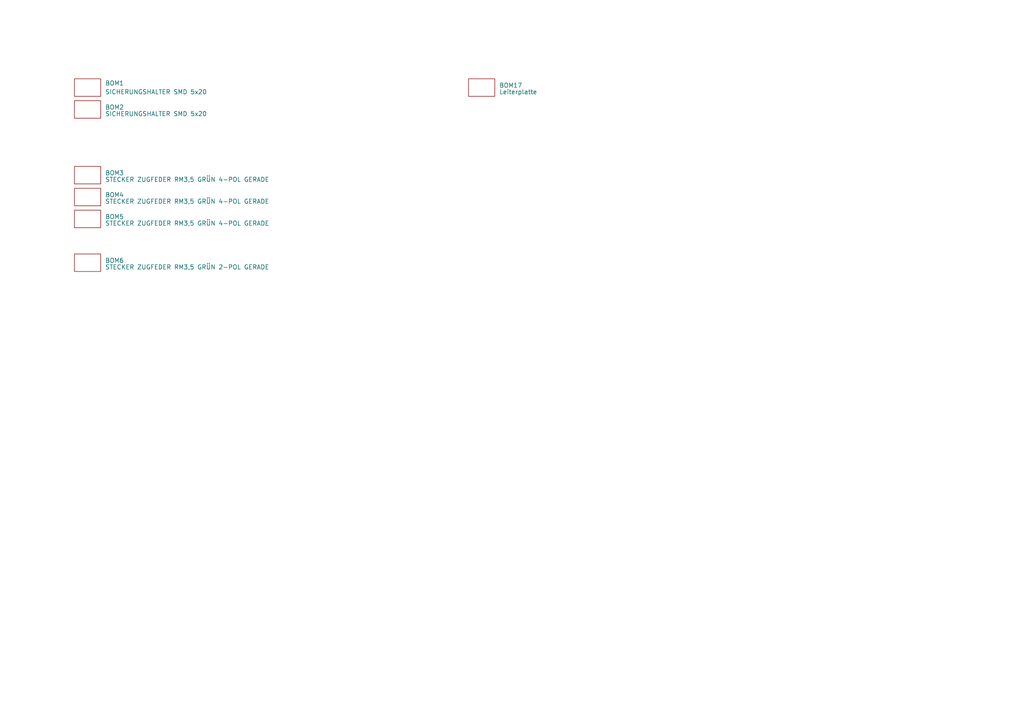
<source format=kicad_sch>
(kicad_sch
	(version 20250114)
	(generator "eeschema")
	(generator_version "9.0")
	(uuid "d2a2d163-13e4-4f1d-aa3d-79667ae6d2fb")
	(paper "A4")
	(lib_symbols
		(symbol "myBOM_Part:BOM-Part"
			(pin_numbers
				(hide yes)
			)
			(pin_names
				(offset 0)
				(hide yes)
			)
			(exclude_from_sim no)
			(in_bom yes)
			(on_board no)
			(property "Reference" "BOM"
				(at 0 0 0)
				(effects
					(font
						(size 1.27 1.27)
					)
				)
			)
			(property "Value" ""
				(at 0 0 0)
				(effects
					(font
						(size 1.27 1.27)
					)
				)
			)
			(property "Footprint" "myDummy:BOM-Dummy"
				(at 0 0 0)
				(effects
					(font
						(size 1.27 1.27)
					)
					(hide yes)
				)
			)
			(property "Datasheet" ""
				(at 0 0 0)
				(effects
					(font
						(size 1.27 1.27)
					)
					(hide yes)
				)
			)
			(property "Description" ""
				(at 0 0 0)
				(effects
					(font
						(size 1.27 1.27)
					)
					(hide yes)
				)
			)
			(symbol "BOM-Part_0_1"
				(rectangle
					(start -3.81 2.54)
					(end 3.81 -2.54)
					(stroke
						(width 0)
						(type default)
					)
					(fill
						(type none)
					)
				)
			)
			(embedded_fonts no)
		)
	)
	(symbol
		(lib_id "myBOM_Part:BOM-Part")
		(at 25.4 50.8 0)
		(unit 1)
		(exclude_from_sim no)
		(in_bom yes)
		(on_board yes)
		(dnp no)
		(fields_autoplaced yes)
		(uuid "3b1edae6-9a49-468b-9575-917881cfa914")
		(property "Reference" "BOM3"
			(at 30.48 50.1649 0)
			(effects
				(font
					(size 1.27 1.27)
				)
				(justify left)
			)
		)
		(property "Value" "STECKER ZUGFEDER RM3,5 GRÜN 4-POL GERADE"
			(at 30.48 52.07 0)
			(effects
				(font
					(size 1.27 1.27)
				)
				(justify left)
			)
		)
		(property "Footprint" "myBOM:BOM_PART_2x2mm"
			(at 25.4 50.8 0)
			(effects
				(font
					(size 1.27 1.27)
				)
				(hide yes)
			)
		)
		(property "Datasheet" "https://www.lcsc.com/datasheet/lcsc_datasheet_2111222030_Cixi-Kefa-Elec-KF2EDGKN-3-5-4P_C2923001.pdf"
			(at 25.4 50.8 0)
			(effects
				(font
					(size 1.27 1.27)
				)
				(hide yes)
			)
		)
		(property "Description" "STECKER ZUGFEDER RM3,5 GRÜN 4-POL GERADE"
			(at 25.4 50.8 0)
			(effects
				(font
					(size 1.27 1.27)
				)
				(hide yes)
			)
		)
		(property "ECS Art#" "CON592"
			(at 25.4 50.8 0)
			(effects
				(font
					(size 1.27 1.27)
				)
				(hide yes)
			)
		)
		(property "HAN" "KF2EDGKN-3.5-4P"
			(at 25.4 50.8 0)
			(effects
				(font
					(size 1.27 1.27)
				)
				(hide yes)
			)
		)
		(property "Voltage" ""
			(at 25.4 50.8 0)
			(effects
				(font
					(size 1.27 1.27)
				)
				(hide yes)
			)
		)
		(property "Toleranz" ""
			(at 25.4 50.8 0)
			(effects
				(font
					(size 1.27 1.27)
				)
				(hide yes)
			)
		)
		(property "Hersteller" "Cici"
			(at 25.4 50.8 0)
			(effects
				(font
					(size 1.27 1.27)
				)
				(hide yes)
			)
		)
		(instances
			(project "greenSmartSwitch"
				(path "/bf1f8167-8e29-49cc-a467-dd9cc2c77246/4875905e-d35e-4049-a6aa-c7869d81fd32"
					(reference "BOM3")
					(unit 1)
				)
			)
		)
	)
	(symbol
		(lib_id "myBOM_Part:BOM-Part")
		(at 139.7 25.4 0)
		(unit 1)
		(exclude_from_sim no)
		(in_bom yes)
		(on_board yes)
		(dnp no)
		(fields_autoplaced yes)
		(uuid "4b9b21af-a34a-4336-aa7c-8aa0c8a915e5")
		(property "Reference" "BOM17"
			(at 144.78 24.7649 0)
			(effects
				(font
					(size 1.27 1.27)
				)
				(justify left)
			)
		)
		(property "Value" "Leiterplatte"
			(at 144.78 26.67 0)
			(effects
				(font
					(size 1.27 1.27)
				)
				(justify left)
			)
		)
		(property "Footprint" "myBOM:BOM_PART_2x2mm"
			(at 139.7 25.4 0)
			(effects
				(font
					(size 1.27 1.27)
				)
				(hide yes)
			)
		)
		(property "Datasheet" ""
			(at 139.7 25.4 0)
			(effects
				(font
					(size 1.27 1.27)
				)
				(hide yes)
			)
		)
		(property "Description" "ECS_SMART_SWITCH_LP"
			(at 139.7 25.4 0)
			(effects
				(font
					(size 1.27 1.27)
				)
				(hide yes)
			)
		)
		(property "ECS Art#" "PT090"
			(at 139.7 25.4 0)
			(effects
				(font
					(size 1.27 1.27)
				)
				(hide yes)
			)
		)
		(property "HAN" ""
			(at 139.7 25.4 0)
			(effects
				(font
					(size 1.27 1.27)
				)
				(hide yes)
			)
		)
		(property "Voltage" ""
			(at 139.7 25.4 0)
			(effects
				(font
					(size 1.27 1.27)
				)
				(hide yes)
			)
		)
		(property "Toleranz" ""
			(at 139.7 25.4 0)
			(effects
				(font
					(size 1.27 1.27)
				)
				(hide yes)
			)
		)
		(property "Hersteller" ""
			(at 139.7 25.4 0)
			(effects
				(font
					(size 1.27 1.27)
				)
				(hide yes)
			)
		)
		(instances
			(project "greenSmartSwitch"
				(path "/bf1f8167-8e29-49cc-a467-dd9cc2c77246/4875905e-d35e-4049-a6aa-c7869d81fd32"
					(reference "BOM17")
					(unit 1)
				)
			)
		)
	)
	(symbol
		(lib_id "myBOM_Part:BOM-Part")
		(at 25.4 31.75 0)
		(unit 1)
		(exclude_from_sim no)
		(in_bom yes)
		(on_board yes)
		(dnp no)
		(fields_autoplaced yes)
		(uuid "9a77df8c-b0c0-4ce7-a108-fd8d16d413f3")
		(property "Reference" "BOM2"
			(at 30.48 31.1149 0)
			(effects
				(font
					(size 1.27 1.27)
				)
				(justify left)
			)
		)
		(property "Value" "SICHERUNGSHALTER SMD 5x20"
			(at 30.48 33.02 0)
			(effects
				(font
					(size 1.27 1.27)
				)
				(justify left)
			)
		)
		(property "Footprint" "myBOM:BOM_PART_2x2mm"
			(at 25.4 31.75 0)
			(effects
				(font
					(size 1.27 1.27)
				)
				(hide yes)
			)
		)
		(property "Datasheet" "https://shopapi.schukat.com/medias/typ-OGN.pdf?context=bWFzdGVyfHBpbWFzc2V0c3w1MDMzMzZ8YXBwbGljYXRpb24vcGRmfGFEYzBMMmhrTWk4eE1EUTNOVFEzTXpRek5qY3dNaTkwZVhCZlQwZE9MbkJrWmd8Mjg4NGY1YzRmZWU5YjM2YzY0MWZmYmZlYmEzOTNkZjk5YzQyYTRmOWZkOWZjZDBiNjZkMmZiM2QzMWY3ODhiNQ&_gl=1*1v30h1u*_gcl_au*NDkwMDc0NzYyLjE3MzU3MjkyODQ."
			(at 25.4 31.75 0)
			(effects
				(font
					(size 1.27 1.27)
				)
				(hide yes)
			)
		)
		(property "Description" ""
			(at 25.4 31.75 0)
			(effects
				(font
					(size 1.27 1.27)
				)
				(hide yes)
			)
		)
		(property "ECS Art#" "EM469"
			(at 25.4 31.75 0)
			(effects
				(font
					(size 1.27 1.27)
				)
				(hide yes)
			)
		)
		(property "HAN" "0031.8221"
			(at 25.4 31.75 0)
			(effects
				(font
					(size 1.27 1.27)
				)
				(hide yes)
			)
		)
		(property "Voltage" ""
			(at 25.4 31.75 0)
			(effects
				(font
					(size 1.27 1.27)
				)
				(hide yes)
			)
		)
		(property "Toleranz" ""
			(at 25.4 31.75 0)
			(effects
				(font
					(size 1.27 1.27)
				)
				(hide yes)
			)
		)
		(property "Hersteller" "Schurter"
			(at 25.4 31.75 0)
			(effects
				(font
					(size 1.27 1.27)
				)
				(hide yes)
			)
		)
		(instances
			(project "greenSmartSwitch"
				(path "/bf1f8167-8e29-49cc-a467-dd9cc2c77246/4875905e-d35e-4049-a6aa-c7869d81fd32"
					(reference "BOM2")
					(unit 1)
				)
			)
		)
	)
	(symbol
		(lib_id "myBOM_Part:BOM-Part")
		(at 25.4 57.15 0)
		(unit 1)
		(exclude_from_sim no)
		(in_bom yes)
		(on_board yes)
		(dnp no)
		(fields_autoplaced yes)
		(uuid "b9323593-7eaa-4655-b02b-2825538f14c1")
		(property "Reference" "BOM4"
			(at 30.48 56.5149 0)
			(effects
				(font
					(size 1.27 1.27)
				)
				(justify left)
			)
		)
		(property "Value" "STECKER ZUGFEDER RM3,5 GRÜN 4-POL GERADE"
			(at 30.48 58.42 0)
			(effects
				(font
					(size 1.27 1.27)
				)
				(justify left)
			)
		)
		(property "Footprint" "myBOM:BOM_PART_2x2mm"
			(at 25.4 57.15 0)
			(effects
				(font
					(size 1.27 1.27)
				)
				(hide yes)
			)
		)
		(property "Datasheet" "https://www.lcsc.com/datasheet/lcsc_datasheet_2111222030_Cixi-Kefa-Elec-KF2EDGKN-3-5-4P_C2923001.pdf"
			(at 25.4 57.15 0)
			(effects
				(font
					(size 1.27 1.27)
				)
				(hide yes)
			)
		)
		(property "Description" "STECKER ZUGFEDER RM3,5 GRÜN 4-POL GERADE"
			(at 25.4 57.15 0)
			(effects
				(font
					(size 1.27 1.27)
				)
				(hide yes)
			)
		)
		(property "ECS Art#" "CON592"
			(at 25.4 57.15 0)
			(effects
				(font
					(size 1.27 1.27)
				)
				(hide yes)
			)
		)
		(property "HAN" "KF2EDGKN-3.5-4P"
			(at 25.4 57.15 0)
			(effects
				(font
					(size 1.27 1.27)
				)
				(hide yes)
			)
		)
		(property "Voltage" ""
			(at 25.4 57.15 0)
			(effects
				(font
					(size 1.27 1.27)
				)
				(hide yes)
			)
		)
		(property "Toleranz" ""
			(at 25.4 57.15 0)
			(effects
				(font
					(size 1.27 1.27)
				)
				(hide yes)
			)
		)
		(property "Hersteller" "Cici"
			(at 25.4 57.15 0)
			(effects
				(font
					(size 1.27 1.27)
				)
				(hide yes)
			)
		)
		(instances
			(project "greenSmartSwitch"
				(path "/bf1f8167-8e29-49cc-a467-dd9cc2c77246/4875905e-d35e-4049-a6aa-c7869d81fd32"
					(reference "BOM4")
					(unit 1)
				)
			)
		)
	)
	(symbol
		(lib_id "myBOM_Part:BOM-Part")
		(at 25.4 63.5 0)
		(unit 1)
		(exclude_from_sim no)
		(in_bom yes)
		(on_board yes)
		(dnp no)
		(fields_autoplaced yes)
		(uuid "de01e9d5-c9c5-4266-ae28-85fc98121fa8")
		(property "Reference" "BOM5"
			(at 30.48 62.8649 0)
			(effects
				(font
					(size 1.27 1.27)
				)
				(justify left)
			)
		)
		(property "Value" "STECKER ZUGFEDER RM3,5 GRÜN 4-POL GERADE"
			(at 30.48 64.77 0)
			(effects
				(font
					(size 1.27 1.27)
				)
				(justify left)
			)
		)
		(property "Footprint" "myBOM:BOM_PART_2x2mm"
			(at 25.4 63.5 0)
			(effects
				(font
					(size 1.27 1.27)
				)
				(hide yes)
			)
		)
		(property "Datasheet" "https://www.lcsc.com/datasheet/lcsc_datasheet_2111222030_Cixi-Kefa-Elec-KF2EDGKN-3-5-4P_C2923001.pdf"
			(at 25.4 63.5 0)
			(effects
				(font
					(size 1.27 1.27)
				)
				(hide yes)
			)
		)
		(property "Description" "STECKER ZUGFEDER RM3,5 GRÜN 4-POL GERADE"
			(at 25.4 63.5 0)
			(effects
				(font
					(size 1.27 1.27)
				)
				(hide yes)
			)
		)
		(property "ECS Art#" "CON592"
			(at 25.4 63.5 0)
			(effects
				(font
					(size 1.27 1.27)
				)
				(hide yes)
			)
		)
		(property "HAN" "KF2EDGKN-3.5-4P"
			(at 25.4 63.5 0)
			(effects
				(font
					(size 1.27 1.27)
				)
				(hide yes)
			)
		)
		(property "Voltage" ""
			(at 25.4 63.5 0)
			(effects
				(font
					(size 1.27 1.27)
				)
				(hide yes)
			)
		)
		(property "Toleranz" ""
			(at 25.4 63.5 0)
			(effects
				(font
					(size 1.27 1.27)
				)
				(hide yes)
			)
		)
		(property "Hersteller" "Cici"
			(at 25.4 63.5 0)
			(effects
				(font
					(size 1.27 1.27)
				)
				(hide yes)
			)
		)
		(instances
			(project "greenSmartSwitch"
				(path "/bf1f8167-8e29-49cc-a467-dd9cc2c77246/4875905e-d35e-4049-a6aa-c7869d81fd32"
					(reference "BOM5")
					(unit 1)
				)
			)
		)
	)
	(symbol
		(lib_id "myBOM_Part:BOM-Part")
		(at 25.4 25.4 180)
		(unit 1)
		(exclude_from_sim no)
		(in_bom yes)
		(on_board yes)
		(dnp no)
		(fields_autoplaced yes)
		(uuid "e64363a9-72c2-4668-ae9d-e85af351ba12")
		(property "Reference" "BOM1"
			(at 30.48 24.1299 0)
			(effects
				(font
					(size 1.27 1.27)
				)
				(justify right)
			)
		)
		(property "Value" "SICHERUNGSHALTER SMD 5x20"
			(at 30.48 26.6699 0)
			(effects
				(font
					(size 1.27 1.27)
				)
				(justify right)
			)
		)
		(property "Footprint" "myBOM:BOM_PART_2x2mm"
			(at 25.4 25.4 0)
			(effects
				(font
					(size 1.27 1.27)
				)
				(hide yes)
			)
		)
		(property "Datasheet" "https://shopapi.schukat.com/medias/typ-OGN.pdf?context=bWFzdGVyfHBpbWFzc2V0c3w1MDMzMzZ8YXBwbGljYXRpb24vcGRmfGFEYzBMMmhrTWk4eE1EUTNOVFEzTXpRek5qY3dNaTkwZVhCZlQwZE9MbkJrWmd8Mjg4NGY1YzRmZWU5YjM2YzY0MWZmYmZlYmEzOTNkZjk5YzQyYTRmOWZkOWZjZDBiNjZkMmZiM2QzMWY3ODhiNQ&_gl=1*1v30h1u*_gcl_au*NDkwMDc0NzYyLjE3MzU3MjkyODQ."
			(at 25.4 25.4 0)
			(effects
				(font
					(size 1.27 1.27)
				)
				(hide yes)
			)
		)
		(property "Description" ""
			(at 25.4 25.4 0)
			(effects
				(font
					(size 1.27 1.27)
				)
				(hide yes)
			)
		)
		(property "ECS Art#" "EM469"
			(at 25.4 25.4 0)
			(effects
				(font
					(size 1.27 1.27)
				)
				(hide yes)
			)
		)
		(property "HAN" "0031.8221"
			(at 25.4 25.4 0)
			(effects
				(font
					(size 1.27 1.27)
				)
				(hide yes)
			)
		)
		(property "Voltage" ""
			(at 25.4 25.4 0)
			(effects
				(font
					(size 1.27 1.27)
				)
				(hide yes)
			)
		)
		(property "Toleranz" ""
			(at 25.4 25.4 0)
			(effects
				(font
					(size 1.27 1.27)
				)
				(hide yes)
			)
		)
		(property "Hersteller" "Schurter"
			(at 25.4 25.4 0)
			(effects
				(font
					(size 1.27 1.27)
				)
				(hide yes)
			)
		)
		(instances
			(project ""
				(path "/bf1f8167-8e29-49cc-a467-dd9cc2c77246/4875905e-d35e-4049-a6aa-c7869d81fd32"
					(reference "BOM1")
					(unit 1)
				)
			)
		)
	)
	(symbol
		(lib_id "myBOM_Part:BOM-Part")
		(at 25.4 76.2 0)
		(unit 1)
		(exclude_from_sim no)
		(in_bom yes)
		(on_board yes)
		(dnp no)
		(fields_autoplaced yes)
		(uuid "fdfa8543-b973-4844-9972-e1f09a394bdc")
		(property "Reference" "BOM6"
			(at 30.48 75.5649 0)
			(effects
				(font
					(size 1.27 1.27)
				)
				(justify left)
			)
		)
		(property "Value" "STECKER ZUGFEDER RM3,5 GRÜN 2-POL GERADE"
			(at 30.48 77.47 0)
			(effects
				(font
					(size 1.27 1.27)
				)
				(justify left)
			)
		)
		(property "Footprint" "myBOM:BOM_PART_2x2mm"
			(at 25.4 76.2 0)
			(effects
				(font
					(size 1.27 1.27)
				)
				(hide yes)
			)
		)
		(property "Datasheet" "https://www.lcsc.com/datasheet/lcsc_datasheet_2111222030_Cixi-Kefa-Elec-KF2EDGKN-3-5-2P_C2922999.pdf"
			(at 25.4 76.2 0)
			(effects
				(font
					(size 1.27 1.27)
				)
				(hide yes)
			)
		)
		(property "Description" "STECKER ZUGFEDER RM3,5 GRÜN 2-POL GERADE"
			(at 25.4 76.2 0)
			(effects
				(font
					(size 1.27 1.27)
				)
				(hide yes)
			)
		)
		(property "ECS Art#" "CON181"
			(at 25.4 76.2 0)
			(effects
				(font
					(size 1.27 1.27)
				)
				(hide yes)
			)
		)
		(property "HAN" "KF2EDGKN-3.5-2P"
			(at 25.4 76.2 0)
			(effects
				(font
					(size 1.27 1.27)
				)
				(hide yes)
			)
		)
		(property "Voltage" ""
			(at 25.4 76.2 0)
			(effects
				(font
					(size 1.27 1.27)
				)
				(hide yes)
			)
		)
		(property "Toleranz" ""
			(at 25.4 76.2 0)
			(effects
				(font
					(size 1.27 1.27)
				)
				(hide yes)
			)
		)
		(property "Hersteller" "Cici"
			(at 25.4 76.2 0)
			(effects
				(font
					(size 1.27 1.27)
				)
				(hide yes)
			)
		)
		(instances
			(project "greenSmartSwitch"
				(path "/bf1f8167-8e29-49cc-a467-dd9cc2c77246/4875905e-d35e-4049-a6aa-c7869d81fd32"
					(reference "BOM6")
					(unit 1)
				)
			)
		)
	)
)

</source>
